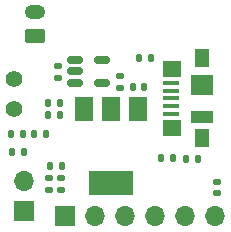
<source format=gbr>
%TF.GenerationSoftware,KiCad,Pcbnew,(6.0.0)*%
%TF.CreationDate,2022-03-25T10:48:22+03:00*%
%TF.ProjectId,Ringturnpage,52696e67-7475-4726-9e70-6167652e6b69,rev?*%
%TF.SameCoordinates,Original*%
%TF.FileFunction,Soldermask,Bot*%
%TF.FilePolarity,Negative*%
%FSLAX46Y46*%
G04 Gerber Fmt 4.6, Leading zero omitted, Abs format (unit mm)*
G04 Created by KiCad (PCBNEW (6.0.0)) date 2022-03-25 10:48:22*
%MOMM*%
%LPD*%
G01*
G04 APERTURE LIST*
G04 Aperture macros list*
%AMRoundRect*
0 Rectangle with rounded corners*
0 $1 Rounding radius*
0 $2 $3 $4 $5 $6 $7 $8 $9 X,Y pos of 4 corners*
0 Add a 4 corners polygon primitive as box body*
4,1,4,$2,$3,$4,$5,$6,$7,$8,$9,$2,$3,0*
0 Add four circle primitives for the rounded corners*
1,1,$1+$1,$2,$3*
1,1,$1+$1,$4,$5*
1,1,$1+$1,$6,$7*
1,1,$1+$1,$8,$9*
0 Add four rect primitives between the rounded corners*
20,1,$1+$1,$2,$3,$4,$5,0*
20,1,$1+$1,$4,$5,$6,$7,0*
20,1,$1+$1,$6,$7,$8,$9,0*
20,1,$1+$1,$8,$9,$2,$3,0*%
G04 Aperture macros list end*
%ADD10R,1.700000X1.700000*%
%ADD11O,1.700000X1.700000*%
%ADD12RoundRect,0.135000X-0.185000X0.135000X-0.185000X-0.135000X0.185000X-0.135000X0.185000X0.135000X0*%
%ADD13RoundRect,0.135000X-0.135000X-0.185000X0.135000X-0.185000X0.135000X0.185000X-0.135000X0.185000X0*%
%ADD14RoundRect,0.140000X0.140000X0.170000X-0.140000X0.170000X-0.140000X-0.170000X0.140000X-0.170000X0*%
%ADD15R,1.380000X0.450000*%
%ADD16R,1.300000X1.650000*%
%ADD17R,1.550000X1.425000*%
%ADD18R,1.900000X1.800000*%
%ADD19R,1.900000X1.000000*%
%ADD20RoundRect,0.150000X-0.512500X-0.150000X0.512500X-0.150000X0.512500X0.150000X-0.512500X0.150000X0*%
%ADD21RoundRect,0.140000X-0.140000X-0.170000X0.140000X-0.170000X0.140000X0.170000X-0.140000X0.170000X0*%
%ADD22RoundRect,0.140000X-0.170000X0.140000X-0.170000X-0.140000X0.170000X-0.140000X0.170000X0.140000X0*%
%ADD23RoundRect,0.250000X0.625000X-0.350000X0.625000X0.350000X-0.625000X0.350000X-0.625000X-0.350000X0*%
%ADD24O,1.750000X1.200000*%
%ADD25RoundRect,0.140000X0.170000X-0.140000X0.170000X0.140000X-0.170000X0.140000X-0.170000X-0.140000X0*%
%ADD26R,1.500000X2.000000*%
%ADD27R,3.800000X2.000000*%
%ADD28C,1.400000*%
%ADD29RoundRect,0.135000X0.135000X0.185000X-0.135000X0.185000X-0.135000X-0.185000X0.135000X-0.185000X0*%
G04 APERTURE END LIST*
D10*
%TO.C,J2*%
X140680000Y-99465000D03*
D11*
X143220000Y-99465000D03*
X145760000Y-99465000D03*
X148300000Y-99465000D03*
X150840000Y-99465000D03*
X153380000Y-99465000D03*
%TD*%
D10*
%TO.C,J3*%
X137160000Y-98995000D03*
D11*
X137160000Y-96455000D03*
%TD*%
D12*
%TO.C,R1*%
X145310000Y-87550000D03*
X145310000Y-88570000D03*
%TD*%
D13*
%TO.C,R5*%
X150850000Y-94570000D03*
X151870000Y-94570000D03*
%TD*%
D14*
%TO.C,C2*%
X147330000Y-88510000D03*
X146370000Y-88510000D03*
%TD*%
D13*
%TO.C,R2*%
X136080000Y-92490000D03*
X137100000Y-92490000D03*
%TD*%
D14*
%TO.C,C9*%
X140180000Y-89870000D03*
X139220000Y-89870000D03*
%TD*%
D13*
%TO.C,R3*%
X138040000Y-92490000D03*
X139060000Y-92490000D03*
%TD*%
D15*
%TO.C,J1*%
X149600000Y-88160000D03*
X149600000Y-88810000D03*
X149600000Y-89460000D03*
X149600000Y-90110000D03*
X149600000Y-90760000D03*
D16*
X152260000Y-92835000D03*
D17*
X149685000Y-86972500D03*
D16*
X152260000Y-86085000D03*
D18*
X152260000Y-88310000D03*
D19*
X152260000Y-91010000D03*
D17*
X149685000Y-91947500D03*
%TD*%
D20*
%TO.C,U1*%
X141520000Y-88140000D03*
X141520000Y-87190000D03*
X141520000Y-86240000D03*
X143795000Y-86240000D03*
X143795000Y-88140000D03*
%TD*%
D21*
%TO.C,C8*%
X139230000Y-90850000D03*
X140190000Y-90850000D03*
%TD*%
D13*
%TO.C,R4*%
X148800000Y-94560000D03*
X149820000Y-94560000D03*
%TD*%
D22*
%TO.C,C5*%
X140270000Y-96240000D03*
X140270000Y-97200000D03*
%TD*%
D23*
%TO.C,J4*%
X138100000Y-84160000D03*
D24*
X138100000Y-82160000D03*
%TD*%
D22*
%TO.C,C3*%
X140060000Y-86750000D03*
X140060000Y-87710000D03*
%TD*%
D14*
%TO.C,C4*%
X140360000Y-95180000D03*
X139400000Y-95180000D03*
%TD*%
D25*
%TO.C,C7*%
X153550000Y-97470000D03*
X153550000Y-96510000D03*
%TD*%
D26*
%TO.C,U2*%
X142250000Y-90330000D03*
D27*
X144550000Y-96630000D03*
D26*
X144550000Y-90330000D03*
X146850000Y-90330000D03*
%TD*%
D28*
%TO.C,J5*%
X136305000Y-90385000D03*
X136305000Y-87845000D03*
%TD*%
D29*
%TO.C,R6*%
X137210000Y-94010000D03*
X136190000Y-94010000D03*
%TD*%
D14*
%TO.C,C1*%
X147890000Y-86060000D03*
X146930000Y-86060000D03*
%TD*%
D25*
%TO.C,C6*%
X139250000Y-97190000D03*
X139250000Y-96230000D03*
%TD*%
M02*

</source>
